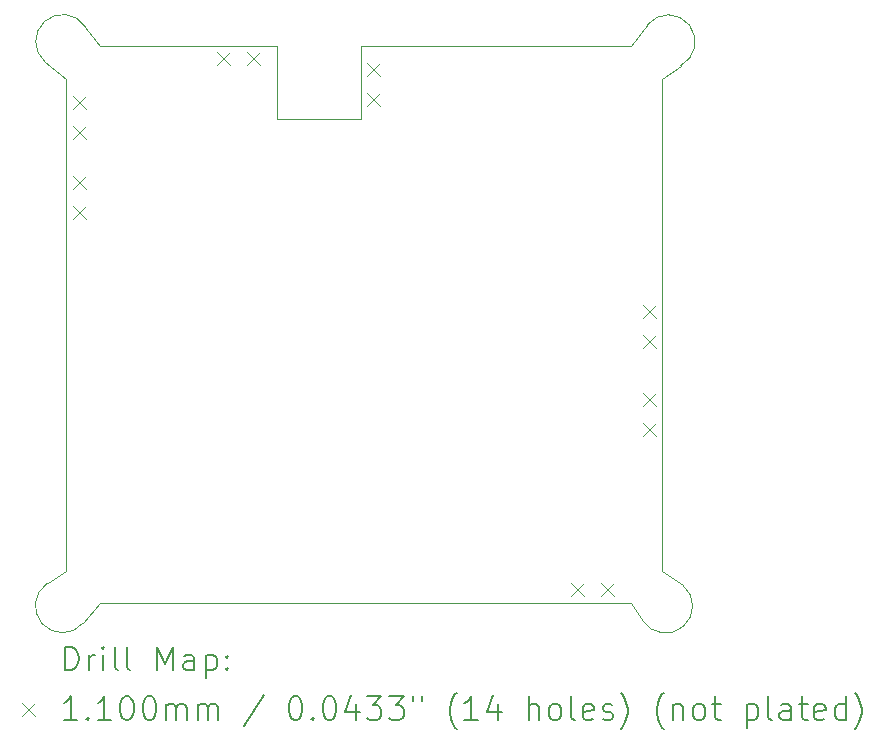
<source format=gbr>
%TF.GenerationSoftware,KiCad,Pcbnew,(6.0.8)*%
%TF.CreationDate,2022-11-27T13:07:17-05:00*%
%TF.ProjectId,miura_board,6d697572-615f-4626-9f61-72642e6b6963,rev?*%
%TF.SameCoordinates,Original*%
%TF.FileFunction,Drillmap*%
%TF.FilePolarity,Positive*%
%FSLAX45Y45*%
G04 Gerber Fmt 4.5, Leading zero omitted, Abs format (unit mm)*
G04 Created by KiCad (PCBNEW (6.0.8)) date 2022-11-27 13:07:17*
%MOMM*%
%LPD*%
G01*
G04 APERTURE LIST*
%ADD10C,0.100000*%
%ADD11C,0.200000*%
%ADD12C,0.110000*%
G04 APERTURE END LIST*
D10*
X11220000Y-8160000D02*
X11220000Y-3990000D01*
X8670000Y-3710000D02*
X10960000Y-3710000D01*
X6460000Y-3710000D02*
X7960000Y-3710000D01*
X11220000Y-3990000D02*
X11380000Y-3880000D01*
X10960000Y-3710000D02*
X11100000Y-3530000D01*
X11380000Y-3880000D02*
G75*
G03*
X11100000Y-3530000I-105464J202629D01*
G01*
X11060000Y-8580000D02*
G75*
G03*
X11400000Y-8280000I192150J124897D01*
G01*
X10960000Y-8430000D02*
X11060000Y-8580000D01*
X11220000Y-8160000D02*
X11400000Y-8280000D01*
X6000000Y-3850000D02*
X6180000Y-3990000D01*
X6340000Y-3550000D02*
X6460000Y-3710000D01*
X6340000Y-3550000D02*
G75*
G03*
X6000000Y-3850000I-192152J-124895D01*
G01*
X6180000Y-8160000D02*
X6020000Y-8260000D01*
X6460000Y-8430000D02*
X6320000Y-8600000D01*
X6460000Y-8430000D02*
X10960000Y-8430000D01*
X6020000Y-8260000D02*
G75*
G03*
X6320000Y-8600000I124897J-192150D01*
G01*
X7960000Y-3710000D02*
X7960000Y-4330000D01*
X8670000Y-4330000D02*
X7960000Y-4330000D01*
X8670000Y-3710000D02*
X8670000Y-4330000D01*
X6180000Y-8160000D02*
X6180000Y-3990000D01*
D11*
D12*
X6231000Y-4135000D02*
X6341000Y-4245000D01*
X6341000Y-4135000D02*
X6231000Y-4245000D01*
X6231000Y-4389000D02*
X6341000Y-4499000D01*
X6341000Y-4389000D02*
X6231000Y-4499000D01*
X6231000Y-4818000D02*
X6341000Y-4928000D01*
X6341000Y-4818000D02*
X6231000Y-4928000D01*
X6231000Y-5072000D02*
X6341000Y-5182000D01*
X6341000Y-5072000D02*
X6231000Y-5182000D01*
X7451000Y-3761000D02*
X7561000Y-3871000D01*
X7561000Y-3761000D02*
X7451000Y-3871000D01*
X7705000Y-3761000D02*
X7815000Y-3871000D01*
X7815000Y-3761000D02*
X7705000Y-3871000D01*
X8721000Y-3858000D02*
X8831000Y-3968000D01*
X8831000Y-3858000D02*
X8721000Y-3968000D01*
X8721000Y-4112000D02*
X8831000Y-4222000D01*
X8831000Y-4112000D02*
X8721000Y-4222000D01*
X10448000Y-8259000D02*
X10558000Y-8369000D01*
X10558000Y-8259000D02*
X10448000Y-8369000D01*
X10702000Y-8259000D02*
X10812000Y-8369000D01*
X10812000Y-8259000D02*
X10702000Y-8369000D01*
X11059000Y-5908000D02*
X11169000Y-6018000D01*
X11169000Y-5908000D02*
X11059000Y-6018000D01*
X11059000Y-6162000D02*
X11169000Y-6272000D01*
X11169000Y-6162000D02*
X11059000Y-6272000D01*
X11059000Y-6648000D02*
X11169000Y-6758000D01*
X11169000Y-6648000D02*
X11059000Y-6758000D01*
X11059000Y-6902000D02*
X11169000Y-7012000D01*
X11169000Y-6902000D02*
X11059000Y-7012000D01*
D11*
X6168342Y-8999753D02*
X6168342Y-8799753D01*
X6215961Y-8799753D01*
X6244532Y-8809277D01*
X6263580Y-8828325D01*
X6273104Y-8847372D01*
X6282627Y-8885467D01*
X6282627Y-8914039D01*
X6273104Y-8952134D01*
X6263580Y-8971182D01*
X6244532Y-8990229D01*
X6215961Y-8999753D01*
X6168342Y-8999753D01*
X6368342Y-8999753D02*
X6368342Y-8866420D01*
X6368342Y-8904515D02*
X6377866Y-8885467D01*
X6387389Y-8875944D01*
X6406437Y-8866420D01*
X6425485Y-8866420D01*
X6492151Y-8999753D02*
X6492151Y-8866420D01*
X6492151Y-8799753D02*
X6482627Y-8809277D01*
X6492151Y-8818801D01*
X6501675Y-8809277D01*
X6492151Y-8799753D01*
X6492151Y-8818801D01*
X6615961Y-8999753D02*
X6596913Y-8990229D01*
X6587389Y-8971182D01*
X6587389Y-8799753D01*
X6720723Y-8999753D02*
X6701675Y-8990229D01*
X6692151Y-8971182D01*
X6692151Y-8799753D01*
X6949294Y-8999753D02*
X6949294Y-8799753D01*
X7015961Y-8942610D01*
X7082627Y-8799753D01*
X7082627Y-8999753D01*
X7263580Y-8999753D02*
X7263580Y-8894991D01*
X7254056Y-8875944D01*
X7235008Y-8866420D01*
X7196913Y-8866420D01*
X7177866Y-8875944D01*
X7263580Y-8990229D02*
X7244532Y-8999753D01*
X7196913Y-8999753D01*
X7177866Y-8990229D01*
X7168342Y-8971182D01*
X7168342Y-8952134D01*
X7177866Y-8933086D01*
X7196913Y-8923563D01*
X7244532Y-8923563D01*
X7263580Y-8914039D01*
X7358818Y-8866420D02*
X7358818Y-9066420D01*
X7358818Y-8875944D02*
X7377866Y-8866420D01*
X7415961Y-8866420D01*
X7435008Y-8875944D01*
X7444532Y-8885467D01*
X7454056Y-8904515D01*
X7454056Y-8961658D01*
X7444532Y-8980705D01*
X7435008Y-8990229D01*
X7415961Y-8999753D01*
X7377866Y-8999753D01*
X7358818Y-8990229D01*
X7539770Y-8980705D02*
X7549294Y-8990229D01*
X7539770Y-8999753D01*
X7530247Y-8990229D01*
X7539770Y-8980705D01*
X7539770Y-8999753D01*
X7539770Y-8875944D02*
X7549294Y-8885467D01*
X7539770Y-8894991D01*
X7530247Y-8885467D01*
X7539770Y-8875944D01*
X7539770Y-8894991D01*
D12*
X5800723Y-9274277D02*
X5910723Y-9384277D01*
X5910723Y-9274277D02*
X5800723Y-9384277D01*
D11*
X6273104Y-9419753D02*
X6158818Y-9419753D01*
X6215961Y-9419753D02*
X6215961Y-9219753D01*
X6196913Y-9248325D01*
X6177866Y-9267372D01*
X6158818Y-9276896D01*
X6358818Y-9400705D02*
X6368342Y-9410229D01*
X6358818Y-9419753D01*
X6349294Y-9410229D01*
X6358818Y-9400705D01*
X6358818Y-9419753D01*
X6558818Y-9419753D02*
X6444532Y-9419753D01*
X6501675Y-9419753D02*
X6501675Y-9219753D01*
X6482627Y-9248325D01*
X6463580Y-9267372D01*
X6444532Y-9276896D01*
X6682627Y-9219753D02*
X6701675Y-9219753D01*
X6720723Y-9229277D01*
X6730247Y-9238801D01*
X6739770Y-9257848D01*
X6749294Y-9295944D01*
X6749294Y-9343563D01*
X6739770Y-9381658D01*
X6730247Y-9400705D01*
X6720723Y-9410229D01*
X6701675Y-9419753D01*
X6682627Y-9419753D01*
X6663580Y-9410229D01*
X6654056Y-9400705D01*
X6644532Y-9381658D01*
X6635008Y-9343563D01*
X6635008Y-9295944D01*
X6644532Y-9257848D01*
X6654056Y-9238801D01*
X6663580Y-9229277D01*
X6682627Y-9219753D01*
X6873104Y-9219753D02*
X6892151Y-9219753D01*
X6911199Y-9229277D01*
X6920723Y-9238801D01*
X6930247Y-9257848D01*
X6939770Y-9295944D01*
X6939770Y-9343563D01*
X6930247Y-9381658D01*
X6920723Y-9400705D01*
X6911199Y-9410229D01*
X6892151Y-9419753D01*
X6873104Y-9419753D01*
X6854056Y-9410229D01*
X6844532Y-9400705D01*
X6835008Y-9381658D01*
X6825485Y-9343563D01*
X6825485Y-9295944D01*
X6835008Y-9257848D01*
X6844532Y-9238801D01*
X6854056Y-9229277D01*
X6873104Y-9219753D01*
X7025485Y-9419753D02*
X7025485Y-9286420D01*
X7025485Y-9305467D02*
X7035008Y-9295944D01*
X7054056Y-9286420D01*
X7082627Y-9286420D01*
X7101675Y-9295944D01*
X7111199Y-9314991D01*
X7111199Y-9419753D01*
X7111199Y-9314991D02*
X7120723Y-9295944D01*
X7139770Y-9286420D01*
X7168342Y-9286420D01*
X7187389Y-9295944D01*
X7196913Y-9314991D01*
X7196913Y-9419753D01*
X7292151Y-9419753D02*
X7292151Y-9286420D01*
X7292151Y-9305467D02*
X7301675Y-9295944D01*
X7320723Y-9286420D01*
X7349294Y-9286420D01*
X7368342Y-9295944D01*
X7377866Y-9314991D01*
X7377866Y-9419753D01*
X7377866Y-9314991D02*
X7387389Y-9295944D01*
X7406437Y-9286420D01*
X7435008Y-9286420D01*
X7454056Y-9295944D01*
X7463580Y-9314991D01*
X7463580Y-9419753D01*
X7854056Y-9210229D02*
X7682627Y-9467372D01*
X8111199Y-9219753D02*
X8130247Y-9219753D01*
X8149294Y-9229277D01*
X8158818Y-9238801D01*
X8168342Y-9257848D01*
X8177866Y-9295944D01*
X8177866Y-9343563D01*
X8168342Y-9381658D01*
X8158818Y-9400705D01*
X8149294Y-9410229D01*
X8130247Y-9419753D01*
X8111199Y-9419753D01*
X8092151Y-9410229D01*
X8082627Y-9400705D01*
X8073104Y-9381658D01*
X8063580Y-9343563D01*
X8063580Y-9295944D01*
X8073104Y-9257848D01*
X8082627Y-9238801D01*
X8092151Y-9229277D01*
X8111199Y-9219753D01*
X8263580Y-9400705D02*
X8273104Y-9410229D01*
X8263580Y-9419753D01*
X8254056Y-9410229D01*
X8263580Y-9400705D01*
X8263580Y-9419753D01*
X8396913Y-9219753D02*
X8415961Y-9219753D01*
X8435009Y-9229277D01*
X8444532Y-9238801D01*
X8454056Y-9257848D01*
X8463580Y-9295944D01*
X8463580Y-9343563D01*
X8454056Y-9381658D01*
X8444532Y-9400705D01*
X8435009Y-9410229D01*
X8415961Y-9419753D01*
X8396913Y-9419753D01*
X8377866Y-9410229D01*
X8368342Y-9400705D01*
X8358818Y-9381658D01*
X8349294Y-9343563D01*
X8349294Y-9295944D01*
X8358818Y-9257848D01*
X8368342Y-9238801D01*
X8377866Y-9229277D01*
X8396913Y-9219753D01*
X8635009Y-9286420D02*
X8635009Y-9419753D01*
X8587389Y-9210229D02*
X8539770Y-9353086D01*
X8663580Y-9353086D01*
X8720723Y-9219753D02*
X8844532Y-9219753D01*
X8777866Y-9295944D01*
X8806437Y-9295944D01*
X8825485Y-9305467D01*
X8835009Y-9314991D01*
X8844532Y-9334039D01*
X8844532Y-9381658D01*
X8835009Y-9400705D01*
X8825485Y-9410229D01*
X8806437Y-9419753D01*
X8749294Y-9419753D01*
X8730247Y-9410229D01*
X8720723Y-9400705D01*
X8911199Y-9219753D02*
X9035009Y-9219753D01*
X8968342Y-9295944D01*
X8996913Y-9295944D01*
X9015961Y-9305467D01*
X9025485Y-9314991D01*
X9035009Y-9334039D01*
X9035009Y-9381658D01*
X9025485Y-9400705D01*
X9015961Y-9410229D01*
X8996913Y-9419753D01*
X8939770Y-9419753D01*
X8920723Y-9410229D01*
X8911199Y-9400705D01*
X9111199Y-9219753D02*
X9111199Y-9257848D01*
X9187389Y-9219753D02*
X9187389Y-9257848D01*
X9482628Y-9495944D02*
X9473104Y-9486420D01*
X9454056Y-9457848D01*
X9444532Y-9438801D01*
X9435009Y-9410229D01*
X9425485Y-9362610D01*
X9425485Y-9324515D01*
X9435009Y-9276896D01*
X9444532Y-9248325D01*
X9454056Y-9229277D01*
X9473104Y-9200705D01*
X9482628Y-9191182D01*
X9663580Y-9419753D02*
X9549294Y-9419753D01*
X9606437Y-9419753D02*
X9606437Y-9219753D01*
X9587389Y-9248325D01*
X9568342Y-9267372D01*
X9549294Y-9276896D01*
X9835009Y-9286420D02*
X9835009Y-9419753D01*
X9787389Y-9210229D02*
X9739770Y-9353086D01*
X9863580Y-9353086D01*
X10092151Y-9419753D02*
X10092151Y-9219753D01*
X10177866Y-9419753D02*
X10177866Y-9314991D01*
X10168342Y-9295944D01*
X10149294Y-9286420D01*
X10120723Y-9286420D01*
X10101675Y-9295944D01*
X10092151Y-9305467D01*
X10301675Y-9419753D02*
X10282628Y-9410229D01*
X10273104Y-9400705D01*
X10263580Y-9381658D01*
X10263580Y-9324515D01*
X10273104Y-9305467D01*
X10282628Y-9295944D01*
X10301675Y-9286420D01*
X10330247Y-9286420D01*
X10349294Y-9295944D01*
X10358818Y-9305467D01*
X10368342Y-9324515D01*
X10368342Y-9381658D01*
X10358818Y-9400705D01*
X10349294Y-9410229D01*
X10330247Y-9419753D01*
X10301675Y-9419753D01*
X10482628Y-9419753D02*
X10463580Y-9410229D01*
X10454056Y-9391182D01*
X10454056Y-9219753D01*
X10635009Y-9410229D02*
X10615961Y-9419753D01*
X10577866Y-9419753D01*
X10558818Y-9410229D01*
X10549294Y-9391182D01*
X10549294Y-9314991D01*
X10558818Y-9295944D01*
X10577866Y-9286420D01*
X10615961Y-9286420D01*
X10635009Y-9295944D01*
X10644532Y-9314991D01*
X10644532Y-9334039D01*
X10549294Y-9353086D01*
X10720723Y-9410229D02*
X10739770Y-9419753D01*
X10777866Y-9419753D01*
X10796913Y-9410229D01*
X10806437Y-9391182D01*
X10806437Y-9381658D01*
X10796913Y-9362610D01*
X10777866Y-9353086D01*
X10749294Y-9353086D01*
X10730247Y-9343563D01*
X10720723Y-9324515D01*
X10720723Y-9314991D01*
X10730247Y-9295944D01*
X10749294Y-9286420D01*
X10777866Y-9286420D01*
X10796913Y-9295944D01*
X10873104Y-9495944D02*
X10882628Y-9486420D01*
X10901675Y-9457848D01*
X10911199Y-9438801D01*
X10920723Y-9410229D01*
X10930247Y-9362610D01*
X10930247Y-9324515D01*
X10920723Y-9276896D01*
X10911199Y-9248325D01*
X10901675Y-9229277D01*
X10882628Y-9200705D01*
X10873104Y-9191182D01*
X11235008Y-9495944D02*
X11225485Y-9486420D01*
X11206437Y-9457848D01*
X11196913Y-9438801D01*
X11187389Y-9410229D01*
X11177866Y-9362610D01*
X11177866Y-9324515D01*
X11187389Y-9276896D01*
X11196913Y-9248325D01*
X11206437Y-9229277D01*
X11225485Y-9200705D01*
X11235008Y-9191182D01*
X11311199Y-9286420D02*
X11311199Y-9419753D01*
X11311199Y-9305467D02*
X11320723Y-9295944D01*
X11339770Y-9286420D01*
X11368342Y-9286420D01*
X11387389Y-9295944D01*
X11396913Y-9314991D01*
X11396913Y-9419753D01*
X11520723Y-9419753D02*
X11501675Y-9410229D01*
X11492151Y-9400705D01*
X11482627Y-9381658D01*
X11482627Y-9324515D01*
X11492151Y-9305467D01*
X11501675Y-9295944D01*
X11520723Y-9286420D01*
X11549294Y-9286420D01*
X11568342Y-9295944D01*
X11577866Y-9305467D01*
X11587389Y-9324515D01*
X11587389Y-9381658D01*
X11577866Y-9400705D01*
X11568342Y-9410229D01*
X11549294Y-9419753D01*
X11520723Y-9419753D01*
X11644532Y-9286420D02*
X11720723Y-9286420D01*
X11673104Y-9219753D02*
X11673104Y-9391182D01*
X11682627Y-9410229D01*
X11701675Y-9419753D01*
X11720723Y-9419753D01*
X11939770Y-9286420D02*
X11939770Y-9486420D01*
X11939770Y-9295944D02*
X11958818Y-9286420D01*
X11996913Y-9286420D01*
X12015961Y-9295944D01*
X12025485Y-9305467D01*
X12035008Y-9324515D01*
X12035008Y-9381658D01*
X12025485Y-9400705D01*
X12015961Y-9410229D01*
X11996913Y-9419753D01*
X11958818Y-9419753D01*
X11939770Y-9410229D01*
X12149294Y-9419753D02*
X12130247Y-9410229D01*
X12120723Y-9391182D01*
X12120723Y-9219753D01*
X12311199Y-9419753D02*
X12311199Y-9314991D01*
X12301675Y-9295944D01*
X12282627Y-9286420D01*
X12244532Y-9286420D01*
X12225485Y-9295944D01*
X12311199Y-9410229D02*
X12292151Y-9419753D01*
X12244532Y-9419753D01*
X12225485Y-9410229D01*
X12215961Y-9391182D01*
X12215961Y-9372134D01*
X12225485Y-9353086D01*
X12244532Y-9343563D01*
X12292151Y-9343563D01*
X12311199Y-9334039D01*
X12377866Y-9286420D02*
X12454056Y-9286420D01*
X12406437Y-9219753D02*
X12406437Y-9391182D01*
X12415961Y-9410229D01*
X12435008Y-9419753D01*
X12454056Y-9419753D01*
X12596913Y-9410229D02*
X12577866Y-9419753D01*
X12539770Y-9419753D01*
X12520723Y-9410229D01*
X12511199Y-9391182D01*
X12511199Y-9314991D01*
X12520723Y-9295944D01*
X12539770Y-9286420D01*
X12577866Y-9286420D01*
X12596913Y-9295944D01*
X12606437Y-9314991D01*
X12606437Y-9334039D01*
X12511199Y-9353086D01*
X12777866Y-9419753D02*
X12777866Y-9219753D01*
X12777866Y-9410229D02*
X12758818Y-9419753D01*
X12720723Y-9419753D01*
X12701675Y-9410229D01*
X12692151Y-9400705D01*
X12682627Y-9381658D01*
X12682627Y-9324515D01*
X12692151Y-9305467D01*
X12701675Y-9295944D01*
X12720723Y-9286420D01*
X12758818Y-9286420D01*
X12777866Y-9295944D01*
X12854056Y-9495944D02*
X12863580Y-9486420D01*
X12882627Y-9457848D01*
X12892151Y-9438801D01*
X12901675Y-9410229D01*
X12911199Y-9362610D01*
X12911199Y-9324515D01*
X12901675Y-9276896D01*
X12892151Y-9248325D01*
X12882627Y-9229277D01*
X12863580Y-9200705D01*
X12854056Y-9191182D01*
M02*

</source>
